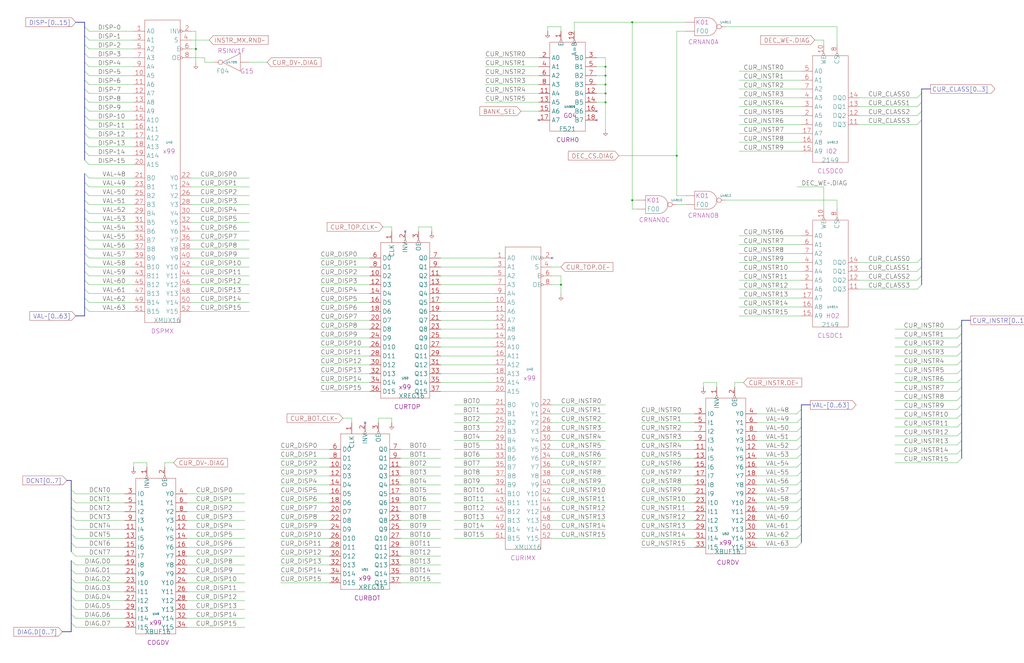
<source format=kicad_sch>
(kicad_sch (version 20230121) (generator eeschema)
  (paper "User" 584.2 378.46)
  (title_block (title "CURRENT MACRO INSTRUCTION") (date "22-MAY-90") (rev "1.0") (comment 1 "SEQUENCER") (comment 2 "232-003064") (comment 3 "S400") (comment 4 "RELEASED"))
  (junction (at 360.68 114.3))
  (junction (at 345.44 53.34))
  (junction (at 360.68 12.7))
  (junction (at 345.44 38.1))
  (junction (at 345.44 58.42))
  (junction (at 345.44 48.26))
  (junction (at 345.44 43.18))
  (junction (at 386.08 88.9))
  (junction (at 111.76 27.94))
  (junction (at 320.04 162.56))
  (no_connect (at 307.34 68.58))
  (no_connect (at 340.36 63.5))
  (no_connect (at 340.36 68.58))
  (no_connect (at 314.96 147.32))
  (no_connect (at 231.14 132.08))
  (no_connect (at 208.28 241.3))
  (bus_entry (at 548.64 185.42) (size -2.54 2.54))
  (bus_entry (at 48.26 119.38) (size 2.54 2.54))
  (bus_entry (at 548.64 246.38) (size -2.54 2.54))
  (bus_entry (at 48.26 134.62) (size 2.54 2.54))
  (bus_entry (at 525.78 58.42) (size -2.54 2.54))
  (bus_entry (at 48.26 50.8) (size 2.54 2.54))
  (bus_entry (at 40.64 294.64) (size 2.54 2.54))
  (bus_entry (at 48.26 15.24) (size 2.54 2.54))
  (bus_entry (at 548.64 195.58) (size -2.54 2.54))
  (bus_entry (at 525.78 147.32) (size -2.54 2.54))
  (bus_entry (at 40.64 314.96) (size 2.54 2.54))
  (bus_entry (at 525.78 68.58) (size -2.54 2.54))
  (bus_entry (at 48.26 99.06) (size 2.54 2.54))
  (bus_entry (at 40.64 284.48) (size 2.54 2.54))
  (bus_entry (at 40.64 279.4) (size 2.54 2.54))
  (bus_entry (at 457.2 254) (size -2.54 2.54))
  (bus_entry (at 525.78 63.5) (size -2.54 2.54))
  (bus_entry (at 40.64 350.52) (size 2.54 2.54))
  (bus_entry (at 457.2 238.76) (size -2.54 2.54))
  (bus_entry (at 40.64 304.8) (size 2.54 2.54))
  (bus_entry (at 548.64 236.22) (size -2.54 2.54))
  (bus_entry (at 525.78 157.48) (size -2.54 2.54))
  (bus_entry (at 548.64 200.66) (size -2.54 2.54))
  (bus_entry (at 457.2 279.4) (size -2.54 2.54))
  (bus_entry (at 457.2 289.56) (size -2.54 2.54))
  (bus_entry (at 525.78 152.4) (size -2.54 2.54))
  (bus_entry (at 40.64 299.72) (size 2.54 2.54))
  (bus_entry (at 40.64 309.88) (size 2.54 2.54))
  (bus_entry (at 48.26 91.44) (size 2.54 2.54))
  (bus_entry (at 457.2 274.32) (size -2.54 2.54))
  (bus_entry (at 48.26 165.1) (size 2.54 2.54))
  (bus_entry (at 48.26 160.02) (size 2.54 2.54))
  (bus_entry (at 48.26 114.3) (size 2.54 2.54))
  (bus_entry (at 48.26 55.88) (size 2.54 2.54))
  (bus_entry (at 48.26 66.04) (size 2.54 2.54))
  (bus_entry (at 548.64 231.14) (size -2.54 2.54))
  (bus_entry (at 548.64 241.3) (size -2.54 2.54))
  (bus_entry (at 48.26 60.96) (size 2.54 2.54))
  (bus_entry (at 48.26 104.14) (size 2.54 2.54))
  (bus_entry (at 548.64 215.9) (size -2.54 2.54))
  (bus_entry (at 48.26 30.48) (size 2.54 2.54))
  (bus_entry (at 48.26 144.78) (size 2.54 2.54))
  (bus_entry (at 457.2 269.24) (size -2.54 2.54))
  (bus_entry (at 48.26 35.56) (size 2.54 2.54))
  (bus_entry (at 525.78 162.56) (size -2.54 2.54))
  (bus_entry (at 525.78 53.34) (size -2.54 2.54))
  (bus_entry (at 48.26 45.72) (size 2.54 2.54))
  (bus_entry (at 40.64 345.44) (size 2.54 2.54))
  (bus_entry (at 48.26 109.22) (size 2.54 2.54))
  (bus_entry (at 457.2 248.92) (size -2.54 2.54))
  (bus_entry (at 548.64 251.46) (size -2.54 2.54))
  (bus_entry (at 40.64 355.6) (size 2.54 2.54))
  (bus_entry (at 40.64 289.56) (size 2.54 2.54))
  (bus_entry (at 48.26 139.7) (size 2.54 2.54))
  (bus_entry (at 48.26 81.28) (size 2.54 2.54))
  (bus_entry (at 48.26 25.4) (size 2.54 2.54))
  (bus_entry (at 548.64 220.98) (size -2.54 2.54))
  (bus_entry (at 457.2 259.08) (size -2.54 2.54))
  (bus_entry (at 457.2 284.48) (size -2.54 2.54))
  (bus_entry (at 457.2 304.8) (size -2.54 2.54))
  (bus_entry (at 48.26 76.2) (size 2.54 2.54))
  (bus_entry (at 48.26 175.26) (size 2.54 2.54))
  (bus_entry (at 48.26 149.86) (size 2.54 2.54))
  (bus_entry (at 457.2 299.72) (size -2.54 2.54))
  (bus_entry (at 48.26 129.54) (size 2.54 2.54))
  (bus_entry (at 48.26 40.64) (size 2.54 2.54))
  (bus_entry (at 48.26 20.32) (size 2.54 2.54))
  (bus_entry (at 48.26 124.46) (size 2.54 2.54))
  (bus_entry (at 48.26 154.94) (size 2.54 2.54))
  (bus_entry (at 548.64 261.62) (size -2.54 2.54))
  (bus_entry (at 457.2 309.88) (size -2.54 2.54))
  (bus_entry (at 48.26 170.18) (size 2.54 2.54))
  (bus_entry (at 40.64 330.2) (size 2.54 2.54))
  (bus_entry (at 40.64 325.12) (size 2.54 2.54))
  (bus_entry (at 48.26 71.12) (size 2.54 2.54))
  (bus_entry (at 457.2 233.68) (size -2.54 2.54))
  (bus_entry (at 457.2 243.84) (size -2.54 2.54))
  (bus_entry (at 548.64 256.54) (size -2.54 2.54))
  (bus_entry (at 548.64 226.06) (size -2.54 2.54))
  (bus_entry (at 548.64 190.5) (size -2.54 2.54))
  (bus_entry (at 548.64 210.82) (size -2.54 2.54))
  (bus_entry (at 40.64 320.04) (size 2.54 2.54))
  (bus_entry (at 548.64 205.74) (size -2.54 2.54))
  (bus_entry (at 457.2 294.64) (size -2.54 2.54))
  (bus_entry (at 40.64 340.36) (size 2.54 2.54))
  (bus_entry (at 457.2 264.16) (size -2.54 2.54))
  (bus_entry (at 48.26 86.36) (size 2.54 2.54))
  (bus_entry (at 40.64 335.28) (size 2.54 2.54))
  (wire (pts (xy 109.22 137.16) (xy 142.24 137.16)))
  (wire (pts (xy 160.02 327.66) (xy 187.96 327.66)))
  (wire (pts (xy 50.8 137.16) (xy 76.2 137.16)))
  (wire (pts (xy 50.8 43.18) (xy 76.2 43.18)))
  (bus (pts (xy 457.2 294.64) (xy 457.2 299.72)))
  (wire (pts (xy 490.22 55.88) (xy 523.24 55.88)))
  (wire (pts (xy 139.7 322.58) (xy 106.68 322.58)))
  (wire (pts (xy 510.54 223.52) (xy 546.1 223.52)))
  (wire (pts (xy 50.8 152.4) (xy 76.2 152.4)))
  (bus (pts (xy 553.72 182.88) (xy 548.64 182.88)))
  (wire (pts (xy 160.02 302.26) (xy 187.96 302.26)))
  (bus (pts (xy 40.64 274.32) (xy 40.64 279.4)))
  (wire (pts (xy 139.7 347.98) (xy 106.68 347.98)))
  (wire (pts (xy 111.76 35.56) (xy 111.76 27.94)))
  (wire (pts (xy 421.64 76.2) (xy 457.2 76.2)))
  (bus (pts (xy 48.26 55.88) (xy 48.26 60.96)))
  (wire (pts (xy 160.02 271.78) (xy 187.96 271.78)))
  (bus (pts (xy 548.64 205.74) (xy 548.64 210.82)))
  (bus (pts (xy 43.18 180.34) (xy 48.26 180.34)))
  (wire (pts (xy 276.86 48.26) (xy 307.34 48.26)))
  (bus (pts (xy 457.2 254) (xy 457.2 259.08)))
  (bus (pts (xy 40.64 309.88) (xy 40.64 314.96)))
  (wire (pts (xy 50.8 22.86) (xy 76.2 22.86)))
  (wire (pts (xy 182.88 198.12) (xy 210.82 198.12)))
  (wire (pts (xy 431.8 271.78) (xy 454.66 271.78)))
  (wire (pts (xy 431.8 297.18) (xy 454.66 297.18)))
  (wire (pts (xy 396.24 292.1) (xy 365.76 292.1)))
  (wire (pts (xy 421.64 165.1) (xy 457.2 165.1)))
  (wire (pts (xy 139.7 317.5) (xy 106.68 317.5)))
  (wire (pts (xy 396.24 266.7) (xy 365.76 266.7)))
  (wire (pts (xy 386.08 111.76) (xy 391.16 111.76)))
  (wire (pts (xy 431.8 256.54) (xy 454.66 256.54)))
  (wire (pts (xy 345.44 58.42) (xy 345.44 53.34)))
  (wire (pts (xy 421.64 144.78) (xy 457.2 144.78)))
  (wire (pts (xy 109.22 127) (xy 142.24 127)))
  (wire (pts (xy 510.54 243.84) (xy 546.1 243.84)))
  (wire (pts (xy 251.46 213.36) (xy 281.94 213.36)))
  (wire (pts (xy 43.18 327.66) (xy 71.12 327.66)))
  (wire (pts (xy 160.02 332.74) (xy 187.96 332.74)))
  (wire (pts (xy 50.8 142.24) (xy 76.2 142.24)))
  (wire (pts (xy 396.24 281.94) (xy 365.76 281.94)))
  (bus (pts (xy 525.78 50.8) (xy 525.78 53.34)))
  (wire (pts (xy 401.32 220.98) (xy 401.32 218.44)))
  (bus (pts (xy 548.64 256.54) (xy 548.64 261.62)))
  (wire (pts (xy 469.9 106.68) (xy 454.66 106.68)))
  (wire (pts (xy 160.02 322.58) (xy 187.96 322.58)))
  (wire (pts (xy 228.6 287.02) (xy 251.46 287.02)))
  (wire (pts (xy 43.18 322.58) (xy 71.12 322.58)))
  (wire (pts (xy 109.22 22.86) (xy 119.38 22.86)))
  (wire (pts (xy 510.54 208.28) (xy 546.1 208.28)))
  (wire (pts (xy 50.8 162.56) (xy 76.2 162.56)))
  (wire (pts (xy 116.84 35.56) (xy 116.84 33.02)))
  (bus (pts (xy 548.64 215.9) (xy 548.64 220.98)))
  (wire (pts (xy 43.18 342.9) (xy 71.12 342.9)))
  (wire (pts (xy 314.96 271.78) (xy 345.44 271.78)))
  (wire (pts (xy 386.08 88.9) (xy 386.08 111.76)))
  (wire (pts (xy 345.44 48.26) (xy 345.44 43.18)))
  (wire (pts (xy 345.44 43.18) (xy 345.44 38.1)))
  (wire (pts (xy 510.54 198.12) (xy 546.1 198.12)))
  (wire (pts (xy 490.22 71.12) (xy 523.24 71.12)))
  (bus (pts (xy 48.26 149.86) (xy 48.26 144.78)))
  (wire (pts (xy 276.86 43.18) (xy 307.34 43.18)))
  (wire (pts (xy 327.66 12.7) (xy 360.68 12.7)))
  (wire (pts (xy 228.6 327.66) (xy 251.46 327.66)))
  (wire (pts (xy 139.7 332.74) (xy 106.68 332.74)))
  (wire (pts (xy 50.8 121.92) (xy 76.2 121.92)))
  (wire (pts (xy 109.22 167.64) (xy 142.24 167.64)))
  (wire (pts (xy 251.46 172.72) (xy 281.94 172.72)))
  (wire (pts (xy 195.58 238.76) (xy 200.66 238.76)))
  (wire (pts (xy 50.8 73.66) (xy 76.2 73.66)))
  (wire (pts (xy 50.8 147.32) (xy 76.2 147.32)))
  (bus (pts (xy 457.2 279.4) (xy 457.2 284.48)))
  (bus (pts (xy 40.64 325.12) (xy 40.64 330.2)))
  (bus (pts (xy 525.78 68.58) (xy 525.78 147.32)))
  (wire (pts (xy 251.46 187.96) (xy 281.94 187.96)))
  (wire (pts (xy 396.24 276.86) (xy 365.76 276.86)))
  (wire (pts (xy 314.96 256.54) (xy 345.44 256.54)))
  (wire (pts (xy 228.6 322.58) (xy 251.46 322.58)))
  (wire (pts (xy 83.82 264.16) (xy 83.82 266.7)))
  (wire (pts (xy 259.08 292.1) (xy 281.94 292.1)))
  (wire (pts (xy 510.54 248.92) (xy 546.1 248.92)))
  (wire (pts (xy 50.8 127) (xy 76.2 127)))
  (wire (pts (xy 421.64 55.88) (xy 457.2 55.88)))
  (wire (pts (xy 251.46 162.56) (xy 281.94 162.56)))
  (wire (pts (xy 238.76 129.54) (xy 238.76 132.08)))
  (wire (pts (xy 464.82 22.86) (xy 469.9 22.86)))
  (wire (pts (xy 431.8 251.46) (xy 454.66 251.46)))
  (bus (pts (xy 38.1 274.32) (xy 40.64 274.32)))
  (wire (pts (xy 43.18 287.02) (xy 71.12 287.02)))
  (wire (pts (xy 314.96 261.62) (xy 345.44 261.62)))
  (wire (pts (xy 43.18 307.34) (xy 71.12 307.34)))
  (bus (pts (xy 48.26 60.96) (xy 48.26 66.04)))
  (wire (pts (xy 396.24 271.78) (xy 365.76 271.78)))
  (wire (pts (xy 200.66 238.76) (xy 200.66 241.3)))
  (wire (pts (xy 340.36 33.02) (xy 345.44 33.02)))
  (wire (pts (xy 314.96 287.02) (xy 345.44 287.02)))
  (wire (pts (xy 431.8 307.34) (xy 454.66 307.34)))
  (wire (pts (xy 259.08 266.7) (xy 281.94 266.7)))
  (wire (pts (xy 469.9 119.38) (xy 469.9 106.68)))
  (bus (pts (xy 525.78 147.32) (xy 525.78 152.4)))
  (wire (pts (xy 259.08 241.3) (xy 281.94 241.3)))
  (bus (pts (xy 48.26 170.18) (xy 48.26 165.1)))
  (wire (pts (xy 340.36 58.42) (xy 345.44 58.42)))
  (wire (pts (xy 320.04 15.24) (xy 320.04 17.78)))
  (bus (pts (xy 48.26 139.7) (xy 48.26 134.62)))
  (wire (pts (xy 259.08 276.86) (xy 281.94 276.86)))
  (wire (pts (xy 251.46 223.52) (xy 281.94 223.52)))
  (wire (pts (xy 431.8 246.38) (xy 454.66 246.38)))
  (bus (pts (xy 43.18 12.7) (xy 48.26 12.7)))
  (bus (pts (xy 40.64 299.72) (xy 40.64 304.8)))
  (bus (pts (xy 48.26 35.56) (xy 48.26 40.64)))
  (bus (pts (xy 457.2 231.14) (xy 462.28 231.14)))
  (bus (pts (xy 40.64 289.56) (xy 40.64 294.64)))
  (wire (pts (xy 182.88 157.48) (xy 210.82 157.48)))
  (wire (pts (xy 50.8 106.68) (xy 76.2 106.68)))
  (bus (pts (xy 40.64 345.44) (xy 40.64 350.52)))
  (wire (pts (xy 345.44 38.1) (xy 345.44 33.02)))
  (wire (pts (xy 228.6 297.18) (xy 251.46 297.18)))
  (wire (pts (xy 160.02 287.02) (xy 187.96 287.02)))
  (wire (pts (xy 50.8 17.78) (xy 76.2 17.78)))
  (wire (pts (xy 314.96 292.1) (xy 345.44 292.1)))
  (bus (pts (xy 48.26 109.22) (xy 48.26 114.3)))
  (wire (pts (xy 314.96 162.56) (xy 320.04 162.56)))
  (wire (pts (xy 223.52 129.54) (xy 223.52 132.08)))
  (wire (pts (xy 490.22 60.96) (xy 523.24 60.96)))
  (wire (pts (xy 421.64 66.04) (xy 457.2 66.04)))
  (wire (pts (xy 215.9 238.76) (xy 223.52 238.76)))
  (wire (pts (xy 160.02 292.1) (xy 187.96 292.1)))
  (wire (pts (xy 259.08 261.62) (xy 281.94 261.62)))
  (wire (pts (xy 109.22 152.4) (xy 142.24 152.4)))
  (wire (pts (xy 109.22 116.84) (xy 142.24 116.84)))
  (wire (pts (xy 139.7 297.18) (xy 106.68 297.18)))
  (bus (pts (xy 40.64 330.2) (xy 40.64 335.28)))
  (wire (pts (xy 490.22 154.94) (xy 523.24 154.94)))
  (wire (pts (xy 314.96 241.3) (xy 345.44 241.3)))
  (wire (pts (xy 510.54 193.04) (xy 546.1 193.04)))
  (wire (pts (xy 421.64 154.94) (xy 457.2 154.94)))
  (wire (pts (xy 139.7 302.26) (xy 106.68 302.26)))
  (wire (pts (xy 160.02 307.34) (xy 187.96 307.34)))
  (wire (pts (xy 43.18 317.5) (xy 71.12 317.5)))
  (bus (pts (xy 525.78 157.48) (xy 525.78 162.56)))
  (bus (pts (xy 48.26 45.72) (xy 48.26 50.8)))
  (wire (pts (xy 160.02 256.54) (xy 187.96 256.54)))
  (bus (pts (xy 48.26 50.8) (xy 48.26 55.88)))
  (wire (pts (xy 251.46 167.64) (xy 281.94 167.64)))
  (wire (pts (xy 510.54 264.16) (xy 546.1 264.16)))
  (wire (pts (xy 314.96 307.34) (xy 345.44 307.34)))
  (wire (pts (xy 228.6 281.94) (xy 251.46 281.94)))
  (wire (pts (xy 238.76 129.54) (xy 246.38 129.54)))
  (bus (pts (xy 40.64 284.48) (xy 40.64 289.56)))
  (wire (pts (xy 215.9 238.76) (xy 215.9 241.3)))
  (bus (pts (xy 457.2 284.48) (xy 457.2 289.56)))
  (wire (pts (xy 182.88 152.4) (xy 210.82 152.4)))
  (wire (pts (xy 421.64 134.62) (xy 457.2 134.62)))
  (wire (pts (xy 431.8 266.7) (xy 454.66 266.7)))
  (wire (pts (xy 490.22 160.02) (xy 523.24 160.02)))
  (wire (pts (xy 50.8 101.6) (xy 76.2 101.6)))
  (wire (pts (xy 421.64 180.34) (xy 457.2 180.34)))
  (wire (pts (xy 421.64 71.12) (xy 457.2 71.12)))
  (bus (pts (xy 548.64 231.14) (xy 548.64 236.22)))
  (wire (pts (xy 421.64 139.7) (xy 457.2 139.7)))
  (wire (pts (xy 431.8 287.02) (xy 454.66 287.02)))
  (wire (pts (xy 160.02 266.7) (xy 187.96 266.7)))
  (wire (pts (xy 50.8 116.84) (xy 76.2 116.84)))
  (wire (pts (xy 139.7 292.1) (xy 106.68 292.1)))
  (wire (pts (xy 111.76 27.94) (xy 109.22 27.94)))
  (bus (pts (xy 48.26 20.32) (xy 48.26 25.4)))
  (wire (pts (xy 228.6 266.7) (xy 251.46 266.7)))
  (bus (pts (xy 40.64 340.36) (xy 40.64 345.44)))
  (wire (pts (xy 50.8 63.5) (xy 76.2 63.5)))
  (wire (pts (xy 386.08 17.78) (xy 386.08 88.9)))
  (wire (pts (xy 228.6 302.26) (xy 251.46 302.26)))
  (wire (pts (xy 431.8 312.42) (xy 454.66 312.42)))
  (wire (pts (xy 109.22 101.6) (xy 142.24 101.6)))
  (wire (pts (xy 510.54 218.44) (xy 546.1 218.44)))
  (wire (pts (xy 396.24 307.34) (xy 365.76 307.34)))
  (wire (pts (xy 396.24 261.62) (xy 365.76 261.62)))
  (wire (pts (xy 139.7 312.42) (xy 106.68 312.42)))
  (wire (pts (xy 43.18 297.18) (xy 71.12 297.18)))
  (bus (pts (xy 457.2 264.16) (xy 457.2 269.24)))
  (wire (pts (xy 109.22 157.48) (xy 142.24 157.48)))
  (wire (pts (xy 139.7 358.14) (xy 106.68 358.14)))
  (wire (pts (xy 228.6 276.86) (xy 251.46 276.86)))
  (wire (pts (xy 111.76 17.78) (xy 111.76 27.94)))
  (wire (pts (xy 109.22 177.8) (xy 142.24 177.8)))
  (wire (pts (xy 259.08 236.22) (xy 281.94 236.22)))
  (wire (pts (xy 345.44 73.66) (xy 345.44 58.42)))
  (wire (pts (xy 228.6 312.42) (xy 251.46 312.42)))
  (wire (pts (xy 477.52 114.3) (xy 477.52 119.38)))
  (bus (pts (xy 548.64 182.88) (xy 548.64 185.42)))
  (wire (pts (xy 421.64 40.64) (xy 457.2 40.64)))
  (wire (pts (xy 345.44 53.34) (xy 345.44 48.26)))
  (wire (pts (xy 431.8 236.22) (xy 454.66 236.22)))
  (wire (pts (xy 431.8 302.26) (xy 454.66 302.26)))
  (wire (pts (xy 109.22 132.08) (xy 142.24 132.08)))
  (bus (pts (xy 40.64 335.28) (xy 40.64 340.36)))
  (wire (pts (xy 276.86 53.34) (xy 307.34 53.34)))
  (wire (pts (xy 259.08 302.26) (xy 281.94 302.26)))
  (wire (pts (xy 50.8 58.42) (xy 76.2 58.42)))
  (wire (pts (xy 421.64 50.8) (xy 457.2 50.8)))
  (wire (pts (xy 431.8 281.94) (xy 454.66 281.94)))
  (bus (pts (xy 48.26 86.36) (xy 48.26 91.44)))
  (wire (pts (xy 510.54 233.68) (xy 546.1 233.68)))
  (bus (pts (xy 40.64 304.8) (xy 40.64 309.88)))
  (wire (pts (xy 50.8 27.94) (xy 76.2 27.94)))
  (wire (pts (xy 160.02 312.42) (xy 187.96 312.42)))
  (wire (pts (xy 510.54 254) (xy 546.1 254)))
  (wire (pts (xy 360.68 12.7) (xy 391.16 12.7)))
  (wire (pts (xy 386.08 116.84) (xy 391.16 116.84)))
  (wire (pts (xy 43.18 281.94) (xy 71.12 281.94)))
  (bus (pts (xy 40.64 355.6) (xy 40.64 360.68)))
  (wire (pts (xy 109.22 162.56) (xy 142.24 162.56)))
  (wire (pts (xy 259.08 287.02) (xy 281.94 287.02)))
  (bus (pts (xy 48.26 160.02) (xy 48.26 154.94)))
  (wire (pts (xy 386.08 17.78) (xy 391.16 17.78)))
  (bus (pts (xy 48.26 119.38) (xy 48.26 114.3)))
  (wire (pts (xy 314.96 246.38) (xy 345.44 246.38)))
  (wire (pts (xy 50.8 53.34) (xy 76.2 53.34)))
  (wire (pts (xy 50.8 48.26) (xy 76.2 48.26)))
  (bus (pts (xy 48.26 124.46) (xy 48.26 119.38)))
  (wire (pts (xy 259.08 251.46) (xy 281.94 251.46)))
  (wire (pts (xy 43.18 312.42) (xy 71.12 312.42)))
  (wire (pts (xy 510.54 213.36) (xy 546.1 213.36)))
  (wire (pts (xy 396.24 246.38) (xy 365.76 246.38)))
  (bus (pts (xy 48.26 134.62) (xy 48.26 129.54)))
  (wire (pts (xy 182.88 172.72) (xy 210.82 172.72)))
  (wire (pts (xy 314.96 266.7) (xy 345.44 266.7)))
  (wire (pts (xy 160.02 297.18) (xy 187.96 297.18)))
  (wire (pts (xy 251.46 198.12) (xy 281.94 198.12)))
  (wire (pts (xy 251.46 182.88) (xy 281.94 182.88)))
  (wire (pts (xy 139.7 281.94) (xy 106.68 281.94)))
  (wire (pts (xy 121.92 35.56) (xy 116.84 35.56)))
  (wire (pts (xy 360.68 12.7) (xy 360.68 114.3)))
  (wire (pts (xy 312.42 15.24) (xy 312.42 17.78)))
  (wire (pts (xy 50.8 157.48) (xy 76.2 157.48)))
  (bus (pts (xy 457.2 269.24) (xy 457.2 274.32)))
  (wire (pts (xy 50.8 177.8) (xy 76.2 177.8)))
  (wire (pts (xy 510.54 259.08) (xy 546.1 259.08)))
  (wire (pts (xy 421.64 175.26) (xy 457.2 175.26)))
  (wire (pts (xy 43.18 332.74) (xy 71.12 332.74)))
  (bus (pts (xy 548.64 185.42) (xy 548.64 190.5)))
  (bus (pts (xy 457.2 231.14) (xy 457.2 233.68)))
  (wire (pts (xy 251.46 157.48) (xy 281.94 157.48)))
  (wire (pts (xy 259.08 307.34) (xy 281.94 307.34)))
  (bus (pts (xy 525.78 58.42) (xy 525.78 63.5)))
  (wire (pts (xy 396.24 251.46) (xy 365.76 251.46)))
  (wire (pts (xy 424.18 218.44) (xy 419.1 218.44)))
  (wire (pts (xy 320.04 167.64) (xy 320.04 162.56)))
  (wire (pts (xy 259.08 246.38) (xy 281.94 246.38)))
  (wire (pts (xy 99.06 264.16) (xy 93.98 264.16)))
  (wire (pts (xy 182.88 218.44) (xy 210.82 218.44)))
  (wire (pts (xy 414.02 114.3) (xy 477.52 114.3)))
  (wire (pts (xy 396.24 297.18) (xy 365.76 297.18)))
  (bus (pts (xy 40.64 350.52) (xy 40.64 355.6)))
  (wire (pts (xy 396.24 256.54) (xy 365.76 256.54)))
  (wire (pts (xy 340.36 38.1) (xy 345.44 38.1)))
  (wire (pts (xy 50.8 167.64) (xy 76.2 167.64)))
  (bus (pts (xy 525.78 63.5) (xy 525.78 68.58)))
  (bus (pts (xy 40.64 320.04) (xy 40.64 325.12)))
  (wire (pts (xy 228.6 256.54) (xy 251.46 256.54)))
  (wire (pts (xy 182.88 208.28) (xy 210.82 208.28)))
  (bus (pts (xy 548.64 220.98) (xy 548.64 226.06)))
  (wire (pts (xy 182.88 213.36) (xy 210.82 213.36)))
  (wire (pts (xy 50.8 172.72) (xy 76.2 172.72)))
  (wire (pts (xy 160.02 317.5) (xy 187.96 317.5)))
  (wire (pts (xy 182.88 162.56) (xy 210.82 162.56)))
  (wire (pts (xy 314.96 297.18) (xy 345.44 297.18)))
  (wire (pts (xy 431.8 261.62) (xy 454.66 261.62)))
  (wire (pts (xy 259.08 256.54) (xy 281.94 256.54)))
  (bus (pts (xy 48.26 12.7) (xy 48.26 15.24)))
  (wire (pts (xy 76.2 266.7) (xy 76.2 264.16)))
  (wire (pts (xy 421.64 60.96) (xy 457.2 60.96)))
  (wire (pts (xy 228.6 261.62) (xy 251.46 261.62)))
  (wire (pts (xy 50.8 68.58) (xy 76.2 68.58)))
  (wire (pts (xy 182.88 193.04) (xy 210.82 193.04)))
  (bus (pts (xy 548.64 190.5) (xy 548.64 195.58)))
  (wire (pts (xy 251.46 218.44) (xy 281.94 218.44)))
  (bus (pts (xy 548.64 226.06) (xy 548.64 231.14)))
  (wire (pts (xy 276.86 33.02) (xy 307.34 33.02)))
  (bus (pts (xy 48.26 40.64) (xy 48.26 45.72)))
  (wire (pts (xy 353.06 88.9) (xy 386.08 88.9)))
  (wire (pts (xy 50.8 33.02) (xy 76.2 33.02)))
  (bus (pts (xy 457.2 274.32) (xy 457.2 279.4)))
  (wire (pts (xy 109.22 147.32) (xy 142.24 147.32)))
  (bus (pts (xy 48.26 104.14) (xy 48.26 109.22)))
  (wire (pts (xy 396.24 241.3) (xy 365.76 241.3)))
  (wire (pts (xy 276.86 58.42) (xy 307.34 58.42)))
  (wire (pts (xy 408.94 218.44) (xy 408.94 220.98)))
  (wire (pts (xy 360.68 119.38) (xy 363.22 119.38)))
  (wire (pts (xy 421.64 170.18) (xy 457.2 170.18)))
  (wire (pts (xy 259.08 231.14) (xy 281.94 231.14)))
  (wire (pts (xy 510.54 187.96) (xy 546.1 187.96)))
  (wire (pts (xy 50.8 132.08) (xy 76.2 132.08)))
  (bus (pts (xy 40.64 294.64) (xy 40.64 299.72)))
  (wire (pts (xy 251.46 203.2) (xy 281.94 203.2)))
  (wire (pts (xy 139.7 342.9) (xy 106.68 342.9)))
  (wire (pts (xy 43.18 347.98) (xy 71.12 347.98)))
  (wire (pts (xy 139.7 353.06) (xy 106.68 353.06)))
  (bus (pts (xy 548.64 246.38) (xy 548.64 251.46)))
  (wire (pts (xy 43.18 353.06) (xy 71.12 353.06)))
  (bus (pts (xy 525.78 50.8) (xy 530.86 50.8)))
  (wire (pts (xy 276.86 38.1) (xy 307.34 38.1)))
  (wire (pts (xy 182.88 182.88) (xy 210.82 182.88)))
  (wire (pts (xy 490.22 66.04) (xy 523.24 66.04)))
  (wire (pts (xy 160.02 276.86) (xy 187.96 276.86)))
  (bus (pts (xy 48.26 175.26) (xy 48.26 170.18)))
  (wire (pts (xy 314.96 281.94) (xy 345.44 281.94)))
  (bus (pts (xy 457.2 238.76) (xy 457.2 243.84)))
  (wire (pts (xy 251.46 193.04) (xy 281.94 193.04)))
  (wire (pts (xy 109.22 111.76) (xy 142.24 111.76)))
  (wire (pts (xy 314.96 302.26) (xy 345.44 302.26)))
  (wire (pts (xy 327.66 17.78) (xy 327.66 12.7)))
  (wire (pts (xy 421.64 149.86) (xy 457.2 149.86)))
  (bus (pts (xy 48.26 154.94) (xy 48.26 149.86)))
  (wire (pts (xy 320.04 162.56) (xy 320.04 157.48)))
  (bus (pts (xy 457.2 243.84) (xy 457.2 248.92)))
  (wire (pts (xy 431.8 276.86) (xy 454.66 276.86)))
  (wire (pts (xy 490.22 165.1) (xy 523.24 165.1)))
  (wire (pts (xy 510.54 228.6) (xy 546.1 228.6)))
  (bus (pts (xy 40.64 279.4) (xy 40.64 284.48)))
  (wire (pts (xy 320.04 157.48) (xy 314.96 157.48)))
  (wire (pts (xy 182.88 203.2) (xy 210.82 203.2)))
  (wire (pts (xy 431.8 241.3) (xy 454.66 241.3)))
  (wire (pts (xy 116.84 33.02) (xy 109.22 33.02)))
  (wire (pts (xy 50.8 78.74) (xy 76.2 78.74)))
  (wire (pts (xy 139.7 307.34) (xy 106.68 307.34)))
  (wire (pts (xy 259.08 297.18) (xy 281.94 297.18)))
  (wire (pts (xy 314.96 251.46) (xy 345.44 251.46)))
  (wire (pts (xy 182.88 147.32) (xy 210.82 147.32)))
  (bus (pts (xy 457.2 248.92) (xy 457.2 254)))
  (wire (pts (xy 297.18 63.5) (xy 307.34 63.5)))
  (bus (pts (xy 48.26 144.78) (xy 48.26 139.7)))
  (bus (pts (xy 48.26 71.12) (xy 48.26 76.2)))
  (bus (pts (xy 548.64 236.22) (xy 548.64 241.3)))
  (bus (pts (xy 548.64 195.58) (xy 548.64 200.66)))
  (wire (pts (xy 419.1 218.44) (xy 419.1 220.98)))
  (wire (pts (xy 414.02 15.24) (xy 477.52 15.24)))
  (wire (pts (xy 421.64 81.28) (xy 457.2 81.28)))
  (bus (pts (xy 457.2 304.8) (xy 457.2 309.88)))
  (wire (pts (xy 510.54 238.76) (xy 546.1 238.76)))
  (bus (pts (xy 48.26 81.28) (xy 48.26 86.36)))
  (bus (pts (xy 48.26 30.48) (xy 48.26 35.56)))
  (wire (pts (xy 160.02 261.62) (xy 187.96 261.62)))
  (bus (pts (xy 48.26 165.1) (xy 48.26 160.02)))
  (wire (pts (xy 182.88 167.64) (xy 210.82 167.64)))
  (bus (pts (xy 525.78 53.34) (xy 525.78 58.42)))
  (wire (pts (xy 182.88 187.96) (xy 210.82 187.96)))
  (wire (pts (xy 314.96 276.86) (xy 345.44 276.86)))
  (wire (pts (xy 314.96 231.14) (xy 345.44 231.14)))
  (wire (pts (xy 421.64 160.02) (xy 457.2 160.02)))
  (bus (pts (xy 48.26 15.24) (xy 48.26 20.32)))
  (wire (pts (xy 401.32 218.44) (xy 408.94 218.44)))
  (bus (pts (xy 457.2 259.08) (xy 457.2 264.16)))
  (wire (pts (xy 340.36 53.34) (xy 345.44 53.34)))
  (bus (pts (xy 48.26 180.34) (xy 48.26 175.26)))
  (wire (pts (xy 109.22 142.24) (xy 142.24 142.24)))
  (wire (pts (xy 152.4 35.56) (xy 142.24 35.56)))
  (wire (pts (xy 76.2 264.16) (xy 83.82 264.16)))
  (wire (pts (xy 218.44 129.54) (xy 223.52 129.54)))
  (bus (pts (xy 48.26 66.04) (xy 48.26 71.12)))
  (bus (pts (xy 48.26 99.06) (xy 48.26 104.14)))
  (wire (pts (xy 251.46 152.4) (xy 281.94 152.4)))
  (wire (pts (xy 43.18 302.26) (xy 71.12 302.26)))
  (wire (pts (xy 182.88 177.8) (xy 210.82 177.8)))
  (wire (pts (xy 228.6 271.78) (xy 251.46 271.78)))
  (wire (pts (xy 50.8 83.82) (xy 76.2 83.82)))
  (wire (pts (xy 396.24 287.02) (xy 365.76 287.02)))
  (wire (pts (xy 160.02 281.94) (xy 187.96 281.94)))
  (bus (pts (xy 48.26 25.4) (xy 48.26 30.48)))
  (wire (pts (xy 139.7 337.82) (xy 106.68 337.82)))
  (wire (pts (xy 182.88 223.52) (xy 210.82 223.52)))
  (bus (pts (xy 457.2 233.68) (xy 457.2 238.76)))
  (wire (pts (xy 259.08 271.78) (xy 281.94 271.78)))
  (wire (pts (xy 50.8 111.76) (xy 76.2 111.76)))
  (bus (pts (xy 548.64 241.3) (xy 548.64 246.38)))
  (wire (pts (xy 251.46 208.28) (xy 281.94 208.28)))
  (wire (pts (xy 360.68 114.3) (xy 360.68 119.38)))
  (wire (pts (xy 421.64 45.72) (xy 457.2 45.72)))
  (wire (pts (xy 109.22 106.68) (xy 142.24 106.68)))
  (bus (pts (xy 457.2 289.56) (xy 457.2 294.64)))
  (wire (pts (xy 259.08 281.94) (xy 281.94 281.94)))
  (wire (pts (xy 251.46 177.8) (xy 281.94 177.8)))
  (bus (pts (xy 525.78 152.4) (xy 525.78 157.48)))
  (bus (pts (xy 48.26 129.54) (xy 48.26 124.46)))
  (wire (pts (xy 396.24 236.22) (xy 365.76 236.22)))
  (wire (pts (xy 477.52 15.24) (xy 477.52 25.4)))
  (wire (pts (xy 314.96 152.4) (xy 320.04 152.4)))
  (wire (pts (xy 109.22 17.78) (xy 111.76 17.78)))
  (wire (pts (xy 93.98 264.16) (xy 93.98 266.7)))
  (wire (pts (xy 490.22 149.86) (xy 523.24 149.86)))
  (wire (pts (xy 510.54 203.2) (xy 546.1 203.2)))
  (bus (pts (xy 35.56 360.68) (xy 40.64 360.68)))
  (wire (pts (xy 396.24 302.26) (xy 365.76 302.26)))
  (wire (pts (xy 320.04 15.24) (xy 312.42 15.24)))
  (bus (pts (xy 548.64 200.66) (xy 548.64 205.74)))
  (wire (pts (xy 396.24 312.42) (xy 365.76 312.42)))
  (bus (pts (xy 548.64 210.82) (xy 548.64 215.9)))
  (wire (pts (xy 43.18 337.82) (xy 71.12 337.82)))
  (wire (pts (xy 139.7 327.66) (xy 106.68 327.66)))
  (wire (pts (xy 421.64 86.36) (xy 457.2 86.36)))
  (wire (pts (xy 50.8 38.1) (xy 76.2 38.1)))
  (wire (pts (xy 43.18 292.1) (xy 71.12 292.1)))
  (wire (pts (xy 251.46 147.32) (xy 281.94 147.32)))
  (bus (pts (xy 457.2 299.72) (xy 457.2 304.8)))
  (wire (pts (xy 50.8 88.9) (xy 76.2 88.9)))
  (wire (pts (xy 314.96 236.22) (xy 345.44 236.22)))
  (wire (pts (xy 431.8 292.1) (xy 454.66 292.1)))
  (wire (pts (xy 228.6 317.5) (xy 251.46 317.5)))
  (wire (pts (xy 228.6 307.34) (xy 251.46 307.34)))
  (wire (pts (xy 228.6 292.1) (xy 251.46 292.1)))
  (wire (pts (xy 246.38 132.08) (xy 246.38 129.54)))
  (wire (pts (xy 340.36 43.18) (xy 345.44 43.18)))
  (bus (pts (xy 548.64 251.46) (xy 548.64 256.54)))
  (wire (pts (xy 360.68 114.3) (xy 363.22 114.3)))
  (wire (pts (xy 109.22 121.92) (xy 142.24 121.92)))
  (wire (pts (xy 139.7 287.02) (xy 106.68 287.02)))
  (wire (pts (xy 340.36 48.26) (xy 345.44 48.26)))
  (wire (pts (xy 109.22 172.72) (xy 142.24 172.72)))
  (wire (pts (xy 50.8 93.98) (xy 76.2 93.98)))
  (wire (pts (xy 469.9 22.86) (xy 469.9 25.4)))
  (bus (pts (xy 48.26 76.2) (xy 48.26 81.28)))
  (wire (pts (xy 228.6 332.74) (xy 251.46 332.74)))
  (wire (pts (xy 223.52 241.3) (xy 223.52 238.76)))
  (wire (pts (xy 43.18 358.14) (xy 71.12 358.14)))
  (label "CUR_INSTR3" (at 515.62 203.2 0) (effects (font (size 2.54 2.54))))
  (label "CUR_INSTR4" (at 365.76 256.54 0) (effects (font (size 2.54 2.54))))
  (label "CUR_DISP1" (at 114.3 106.68 0) (effects (font (size 2.54 2.54))))
  (label "CUR_DISP5" (at 160.02 281.94 0) (effects (font (size 2.54 2.54))))
  (label "DIAG.D2" (at 48.26 332.74 0) (effects (font (size 2.54 2.54))))
  (label "CUR_DISP9" (at 160.02 302.26 0) (effects (font (size 2.54 2.54))))
  (label "CUR_INSTR2" (at 424.18 50.8 0) (effects (font (size 2.54 2.54))))
  (label "CUR_DISP13" (at 160.02 322.58 0) (effects (font (size 2.54 2.54))))
  (label "CUR_DISP1" (at 182.88 152.4 0) (effects (font (size 2.54 2.54))))
  (label "CUR_DISP10" (at 182.88 198.12 0) (effects (font (size 2.54 2.54))))
  (label "BOT15" (at 233.68 332.74 0) (effects (font (size 2.54 2.54))))
  (label "VAL~60" (at 58.42 162.56 0) (effects (font (size 2.54 2.54))))
  (label "VAL~58" (at 436.88 287.02 0) (effects (font (size 2.54 2.54))))
  (label "DIAG.D7" (at 48.26 358.14 0) (effects (font (size 2.54 2.54))))
  (label "BOT9" (at 264.16 276.86 0) (effects (font (size 2.54 2.54))))
  (label "CUR_CLASS0" (at 495.3 55.88 0) (effects (font (size 2.54 2.54))))
  (label "DIAG.D3" (at 48.26 337.82 0) (effects (font (size 2.54 2.54))))
  (label "CUR_DISP8" (at 182.88 187.96 0) (effects (font (size 2.54 2.54))))
  (label "CUR_DISP3" (at 182.88 162.56 0) (effects (font (size 2.54 2.54))))
  (label "VAL~60" (at 436.88 297.18 0) (effects (font (size 2.54 2.54))))
  (label "DISP~7" (at 55.88 53.34 0) (effects (font (size 2.54 2.54))))
  (label "BOT6" (at 233.68 287.02 0) (effects (font (size 2.54 2.54))))
  (label "CUR_INSTR5" (at 276.86 58.42 0) (effects (font (size 2.54 2.54))))
  (label "DCNT4" (at 50.8 302.26 0) (effects (font (size 2.54 2.54))))
  (label "VAL~54" (at 58.42 132.08 0) (effects (font (size 2.54 2.54))))
  (label "CUR_INSTR14" (at 515.62 259.08 0) (effects (font (size 2.54 2.54))))
  (label "BOT6" (at 264.16 261.62 0) (effects (font (size 2.54 2.54))))
  (label "CUR_INSTR8" (at 515.62 228.6 0) (effects (font (size 2.54 2.54))))
  (label "CUR_INSTR3" (at 276.86 48.26 0) (effects (font (size 2.54 2.54))))
  (label "CUR_INSTR11" (at 365.76 292.1 0) (effects (font (size 2.54 2.54))))
  (label "CUR_INSTR6" (at 424.18 134.62 0) (effects (font (size 2.54 2.54))))
  (label "CUR_INSTR6" (at 424.18 71.12 0) (effects (font (size 2.54 2.54))))
  (label "CUR_INSTR11" (at 515.62 243.84 0) (effects (font (size 2.54 2.54))))
  (label "BOT9" (at 233.68 302.26 0) (effects (font (size 2.54 2.54))))
  (label "DCNT1" (at 50.8 287.02 0) (effects (font (size 2.54 2.54))))
  (label "CUR_INSTR10" (at 424.18 154.94 0) (effects (font (size 2.54 2.54))))
  (label "BOT5" (at 264.16 256.54 0) (effects (font (size 2.54 2.54))))
  (label "CUR_INSTR3" (at 365.76 251.46 0) (effects (font (size 2.54 2.54))))
  (label "CUR_INSTR14" (at 424.18 175.26 0) (effects (font (size 2.54 2.54))))
  (label "CUR_INSTR9" (at 515.62 233.68 0) (effects (font (size 2.54 2.54))))
  (label "CUR_INSTR10" (at 320.04 281.94 0) (effects (font (size 2.54 2.54))))
  (label "CUR_INSTR5" (at 424.18 66.04 0) (effects (font (size 2.54 2.54))))
  (label "CUR_DISP3" (at 114.3 116.84 0) (effects (font (size 2.54 2.54))))
  (label "BOT14" (at 233.68 327.66 0) (effects (font (size 2.54 2.54))))
  (label "BOT1" (at 264.16 236.22 0) (effects (font (size 2.54 2.54))))
  (label "VAL~61" (at 58.42 167.64 0) (effects (font (size 2.54 2.54))))
  (label "CUR_INSTR7" (at 424.18 139.7 0) (effects (font (size 2.54 2.54))))
  (label "BOT8" (at 264.16 271.78 0) (effects (font (size 2.54 2.54))))
  (label "CUR_DISP13" (at 182.88 213.36 0) (effects (font (size 2.54 2.54))))
  (label "CUR_DISP8" (at 111.76 322.58 0) (effects (font (size 2.54 2.54))))
  (label "CUR_INSTR1" (at 365.76 241.3 0) (effects (font (size 2.54 2.54))))
  (label "CUR_INSTR4" (at 320.04 251.46 0) (effects (font (size 2.54 2.54))))
  (label "CUR_INSTR1" (at 276.86 38.1 0) (effects (font (size 2.54 2.54))))
  (label "CUR_INSTR0" (at 365.76 236.22 0) (effects (font (size 2.54 2.54))))
  (label "BOT4" (at 233.68 276.86 0) (effects (font (size 2.54 2.54))))
  (label "CUR_CLASS1" (at 495.3 154.94 0) (effects (font (size 2.54 2.54))))
  (label "CUR_DISP6" (at 182.88 177.8 0) (effects (font (size 2.54 2.54))))
  (label "BOT10" (at 264.16 281.94 0) (effects (font (size 2.54 2.54))))
  (label "CUR_INSTR8" (at 424.18 144.78 0) (effects (font (size 2.54 2.54))))
  (label "DISP~3" (at 55.88 33.02 0) (effects (font (size 2.54 2.54))))
  (label "CUR_DISP15" (at 111.76 358.14 0) (effects (font (size 2.54 2.54))))
  (label "CUR_DISP5" (at 182.88 172.72 0) (effects (font (size 2.54 2.54))))
  (label "CUR_INSTR15" (at 320.04 307.34 0) (effects (font (size 2.54 2.54))))
  (label "CUR_INSTR7" (at 365.76 271.78 0) (effects (font (size 2.54 2.54))))
  (label "CUR_INSTR10" (at 365.76 287.02 0) (effects (font (size 2.54 2.54))))
  (label "CUR_INSTR12" (at 365.76 297.18 0) (effects (font (size 2.54 2.54))))
  (label "BOT0" (at 233.68 256.54 0) (effects (font (size 2.54 2.54))))
  (label "BOT4" (at 264.16 251.46 0) (effects (font (size 2.54 2.54))))
  (label "CUR_DISP5" (at 111.76 307.34 0) (effects (font (size 2.54 2.54))))
  (label "VAL~53" (at 436.88 261.62 0) (effects (font (size 2.54 2.54))))
  (label "CUR_DISP3" (at 160.02 271.78 0) (effects (font (size 2.54 2.54))))
  (label "VAL~48" (at 58.42 101.6 0) (effects (font (size 2.54 2.54))))
  (label "VAL~51" (at 436.88 251.46 0) (effects (font (size 2.54 2.54))))
  (label "CUR_CLASS0" (at 495.3 149.86 0) (effects (font (size 2.54 2.54))))
  (label "CUR_DISP4" (at 111.76 302.26 0) (effects (font (size 2.54 2.54))))
  (label "CUR_INSTR6" (at 320.04 261.62 0) (effects (font (size 2.54 2.54))))
  (label "CUR_DISP12" (at 114.3 162.56 0) (effects (font (size 2.54 2.54))))
  (label "CUR_CLASS3" (at 495.3 165.1 0) (effects (font (size 2.54 2.54))))
  (label "DISP~14" (at 55.88 88.9 0) (effects (font (size 2.54 2.54))))
  (label "VAL~63" (at 436.88 312.42 0) (effects (font (size 2.54 2.54))))
  (label "CUR_DISP14" (at 114.3 172.72 0) (effects (font (size 2.54 2.54))))
  (label "DIAG.D1" (at 48.26 327.66 0) (effects (font (size 2.54 2.54))))
  (label "VAL~55" (at 58.42 137.16 0) (effects (font (size 2.54 2.54))))
  (label "CUR_INSTR3" (at 424.18 55.88 0) (effects (font (size 2.54 2.54))))
  (label "BOT7" (at 233.68 292.1 0) (effects (font (size 2.54 2.54))))
  (label "CUR_INSTR5" (at 320.04 256.54 0) (effects (font (size 2.54 2.54))))
  (label "CUR_INSTR6" (at 515.62 218.44 0) (effects (font (size 2.54 2.54))))
  (label "CUR_CLASS3" (at 495.3 71.12 0) (effects (font (size 2.54 2.54))))
  (label "CUR_INSTR7" (at 515.62 223.52 0) (effects (font (size 2.54 2.54))))
  (label "CUR_INSTR9" (at 320.04 276.86 0) (effects (font (size 2.54 2.54))))
  (label "CUR_DISP7" (at 114.3 137.16 0) (effects (font (size 2.54 2.54))))
  (label "CUR_INSTR15" (at 365.76 312.42 0) (effects (font (size 2.54 2.54))))
  (label "CUR_DISP9" (at 111.76 327.66 0) (effects (font (size 2.54 2.54))))
  (label "BOT5" (at 233.68 281.94 0) (effects (font (size 2.54 2.54))))
  (label "DISP~5" (at 55.88 43.18 0) (effects (font (size 2.54 2.54))))
  (label "CUR_INSTR13" (at 515.62 254 0) (effects (font (size 2.54 2.54))))
  (label "CUR_DISP10" (at 114.3 152.4 0) (effects (font (size 2.54 2.54))))
  (label "VAL~57" (at 58.42 147.32 0) (effects (font (size 2.54 2.54))))
  (label "CUR_DISP12" (at 182.88 208.28 0) (effects (font (size 2.54 2.54))))
  (label "VAL~59" (at 436.88 292.1 0) (effects (font (size 2.54 2.54))))
  (label "CUR_DISP0" (at 182.88 147.32 0) (effects (font (size 2.54 2.54))))
  (label "VAL~56" (at 436.88 276.86 0) (effects (font (size 2.54 2.54))))
  (label "CUR_DISP0" (at 114.3 101.6 0) (effects (font (size 2.54 2.54))))
  (label "VAL~61" (at 436.88 302.26 0) (effects (font (size 2.54 2.54))))
  (label "BOT11" (at 264.16 287.02 0) (effects (font (size 2.54 2.54))))
  (label "CUR_INSTR1" (at 515.62 193.04 0) (effects (font (size 2.54 2.54))))
  (label "CUR_DISP2" (at 182.88 157.48 0) (effects (font (size 2.54 2.54))))
  (label "CUR_DISP11" (at 111.76 337.82 0) (effects (font (size 2.54 2.54))))
  (label "CUR_INSTR0" (at 424.18 40.64 0) (effects (font (size 2.54 2.54))))
  (label "CUR_INSTR8" (at 424.18 81.28 0) (effects (font (size 2.54 2.54))))
  (label "CUR_INSTR0" (at 276.86 33.02 0) (effects (font (size 2.54 2.54))))
  (label "CUR_DISP12" (at 160.02 317.5 0) (effects (font (size 2.54 2.54))))
  (label "BOT1" (at 233.68 261.62 0) (effects (font (size 2.54 2.54))))
  (label "DISP~13" (at 55.88 83.82 0) (effects (font (size 2.54 2.54))))
  (label "DIAG.D6" (at 48.26 353.06 0) (effects (font (size 2.54 2.54))))
  (label "CUR_INSTR4" (at 276.86 53.34 0) (effects (font (size 2.54 2.54))))
  (label "CUR_INSTR15" (at 424.18 180.34 0) (effects (font (size 2.54 2.54))))
  (label "CUR_INSTR3" (at 320.04 246.38 0) (effects (font (size 2.54 2.54))))
  (label "CUR_DISP8" (at 160.02 297.18 0) (effects (font (size 2.54 2.54))))
  (label "CUR_INSTR0" (at 515.62 187.96 0) (effects (font (size 2.54 2.54))))
  (label "CUR_INSTR4" (at 515.62 208.28 0) (effects (font (size 2.54 2.54))))
  (label "CUR_DISP14" (at 111.76 353.06 0) (effects (font (size 2.54 2.54))))
  (label "DISP~0" (at 55.88 17.78 0) (effects (font (size 2.54 2.54))))
  (label "CUR_CLASS1" (at 495.3 60.96 0) (effects (font (size 2.54 2.54))))
  (label "CUR_INSTR5" (at 365.76 261.62 0) (effects (font (size 2.54 2.54))))
  (label "CUR_DISP6" (at 111.76 312.42 0) (effects (font (size 2.54 2.54))))
  (label "CUR_INSTR4" (at 424.18 60.96 0) (effects (font (size 2.54 2.54))))
  (label "CUR_DISP12" (at 111.76 342.9 0) (effects (font (size 2.54 2.54))))
  (label "DISP~4" (at 55.88 38.1 0) (effects (font (size 2.54 2.54))))
  (label "BOT3" (at 264.16 246.38 0) (effects (font (size 2.54 2.54))))
  (label "DIAG.D4" (at 48.26 342.9 0) (effects (font (size 2.54 2.54))))
  (label "DCNT5" (at 50.8 307.34 0) (effects (font (size 2.54 2.54))))
  (label "CUR_INSTR9" (at 424.18 86.36 0) (effects (font (size 2.54 2.54))))
  (label "VAL~54" (at 436.88 266.7 0) (effects (font (size 2.54 2.54))))
  (label "CUR_INSTR2" (at 320.04 241.3 0) (effects (font (size 2.54 2.54))))
  (label "BOT10" (at 233.68 307.34 0) (effects (font (size 2.54 2.54))))
  (label "CUR_INSTR13" (at 424.18 170.18 0) (effects (font (size 2.54 2.54))))
  (label "CUR_CLASS2" (at 495.3 66.04 0) (effects (font (size 2.54 2.54))))
  (label "DCNT2" (at 50.8 292.1 0) (effects (font (size 2.54 2.54))))
  (label "CUR_DISP7" (at 182.88 182.88 0) (effects (font (size 2.54 2.54))))
  (label "CUR_DISP11" (at 160.02 312.42 0) (effects (font (size 2.54 2.54))))
  (label "CUR_DISP15" (at 182.88 223.52 0) (effects (font (size 2.54 2.54))))
  (label "DCNT3" (at 50.8 297.18 0) (effects (font (size 2.54 2.54))))
  (label "CUR_INSTR9" (at 365.76 281.94 0) (effects (font (size 2.54 2.54))))
  (label "VAL~49" (at 436.88 241.3 0) (effects (font (size 2.54 2.54))))
  (label "CUR_DISP6" (at 160.02 287.02 0) (effects (font (size 2.54 2.54))))
  (label "CUR_DISP3" (at 111.76 297.18 0) (effects (font (size 2.54 2.54))))
  (label "CUR_DISP0" (at 160.02 256.54 0) (effects (font (size 2.54 2.54))))
  (label "BOT11" (at 233.68 312.42 0) (effects (font (size 2.54 2.54))))
  (label "BOT12" (at 264.16 292.1 0) (effects (font (size 2.54 2.54))))
  (label "CUR_INSTR7" (at 424.18 76.2 0) (effects (font (size 2.54 2.54))))
  (label "CUR_DISP6" (at 114.3 132.08 0) (effects (font (size 2.54 2.54))))
  (label "VAL~50" (at 436.88 246.38 0) (effects (font (size 2.54 2.54))))
  (label "CUR_INSTR0" (at 320.04 231.14 0) (effects (font (size 2.54 2.54))))
  (label "VAL~62" (at 58.42 172.72 0) (effects (font (size 2.54 2.54))))
  (label "CUR_DISP9" (at 114.3 147.32 0) (effects (font (size 2.54 2.54))))
  (label "CUR_INSTR8" (at 320.04 271.78 0) (effects (font (size 2.54 2.54))))
  (label "VAL~52" (at 436.88 256.54 0) (effects (font (size 2.54 2.54))))
  (label "DCNT6" (at 50.8 312.42 0) (effects (font (size 2.54 2.54))))
  (label "CUR_DISP4" (at 160.02 276.86 0) (effects (font (size 2.54 2.54))))
  (label "VAL~63" (at 58.42 177.8 0) (effects (font (size 2.54 2.54))))
  (label "CUR_DISP15" (at 160.02 332.74 0) (effects (font (size 2.54 2.54))))
  (label "BOT3" (at 233.68 271.78 0) (effects (font (size 2.54 2.54))))
  (label "DISP~6" (at 55.88 48.26 0) (effects (font (size 2.54 2.54))))
  (label "CUR_INSTR1" (at 320.04 236.22 0) (effects (font (size 2.54 2.54))))
  (label "CUR_CLASS2" (at 495.3 160.02 0) (effects (font (size 2.54 2.54))))
  (label "VAL~51" (at 58.42 116.84 0) (effects (font (size 2.54 2.54))))
  (label "VAL~50" (at 58.42 111.76 0) (effects (font (size 2.54 2.54))))
  (label "VAL~49" (at 58.42 106.68 0) (effects (font (size 2.54 2.54))))
  (label "CUR_INSTR11" (at 424.18 160.02 0) (effects (font (size 2.54 2.54))))
  (label "VAL~53" (at 58.42 127 0) (effects (font (size 2.54 2.54))))
  (label "DISP~9" (at 55.88 63.5 0) (effects (font (size 2.54 2.54))))
  (label "CUR_INSTR13" (at 320.04 297.18 0) (effects (font (size 2.54 2.54))))
  (label "BOT12" (at 233.68 317.5 0) (effects (font (size 2.54 2.54))))
  (label "VAL~62" (at 436.88 307.34 0) (effects (font (size 2.54 2.54))))
  (label "BOT13" (at 233.68 322.58 0) (effects (font (size 2.54 2.54))))
  (label "DISP~15" (at 55.88 93.98 0) (effects (font (size 2.54 2.54))))
  (label "CUR_INSTR1" (at 424.18 45.72 0) (effects (font (size 2.54 2.54))))
  (label "CUR_INSTR15" (at 515.62 264.16 0) (effects (font (size 2.54 2.54))))
  (label "CUR_DISP15" (at 114.3 177.8 0) (effects (font (size 2.54 2.54))))
  (label "DISP~10" (at 55.88 68.58 0) (effects (font (size 2.54 2.54))))
  (label "CUR_INSTR14" (at 365.76 307.34 0) (effects (font (size 2.54 2.54))))
  (label "CUR_DISP2" (at 160.02 266.7 0) (effects (font (size 2.54 2.54))))
  (label "DCNT7" (at 50.8 317.5 0) (effects (font (size 2.54 2.54))))
  (label "VAL~59" (at 58.42 157.48 0) (effects (font (size 2.54 2.54))))
  (label "CUR_DISP14" (at 182.88 218.44 0) (effects (font (size 2.54 2.54))))
  (label "CUR_DISP7" (at 160.02 292.1 0) (effects (font (size 2.54 2.54))))
  (label "VAL~58" (at 58.42 152.4 0) (effects (font (size 2.54 2.54))))
  (label "BOT2" (at 233.68 266.7 0) (effects (font (size 2.54 2.54))))
  (label "BOT14" (at 264.16 302.26 0) (effects (font (size 2.54 2.54))))
  (label "CUR_DISP13" (at 111.76 347.98 0) (effects (font (size 2.54 2.54))))
  (label "BOT0" (at 264.16 231.14 0) (effects (font (size 2.54 2.54))))
  (label "CUR_DISP4" (at 182.88 167.64 0) (effects (font (size 2.54 2.54))))
  (label "CUR_DISP14" (at 160.02 327.66 0) (effects (font (size 2.54 2.54))))
  (label "CUR_DISP7" (at 111.76 317.5 0) (effects (font (size 2.54 2.54))))
  (label "CUR_DISP10" (at 160.02 307.34 0) (effects (font (size 2.54 2.54))))
  (label "CUR_INSTR5" (at 515.62 213.36 0) (effects (font (size 2.54 2.54))))
  (label "CUR_DISP11" (at 182.88 203.2 0) (effects (font (size 2.54 2.54))))
  (label "CUR_DISP13" (at 114.3 167.64 0) (effects (font (size 2.54 2.54))))
  (label "CUR_INSTR6" (at 365.76 266.7 0) (effects (font (size 2.54 2.54))))
  (label "CUR_INSTR2" (at 276.86 43.18 0) (effects (font (size 2.54 2.54))))
  (label "DISP~12" (at 55.88 78.74 0) (effects (font (size 2.54 2.54))))
  (label "CUR_DISP10" (at 111.76 332.74 0) (effects (font (size 2.54 2.54))))
  (label "BOT15" (at 264.16 307.34 0) (effects (font (size 2.54 2.54))))
  (label "CUR_INSTR14" (at 320.04 302.26 0) (effects (font (size 2.54 2.54))))
  (label "CUR_DISP1" (at 111.76 287.02 0) (effects (font (size 2.54 2.54))))
  (label "VAL~55" (at 436.88 271.78 0) (effects (font (size 2.54 2.54))))
  (label "DISP~1" (at 55.88 22.86 0) (effects (font (size 2.54 2.54))))
  (label "VAL~57" (at 436.88 281.94 0) (effects (font (size 2.54 2.54))))
  (label "VAL~52" (at 58.42 121.92 0) (effects (font (size 2.54 2.54))))
  (label "CUR_INSTR9" (at 424.18 149.86 0) (effects (font (size 2.54 2.54))))
  (label "CUR_DISP1" (at 160.02 261.62 0) (effects (font (size 2.54 2.54))))
  (label "CUR_INSTR2" (at 365.76 246.38 0) (effects (font (size 2.54 2.54))))
  (label "CUR_INSTR12" (at 320.04 292.1 0) (effects (font (size 2.54 2.54))))
  (label "CUR_DISP4" (at 114.3 121.92 0) (effects (font (size 2.54 2.54))))
  (label "DIAG.D0" (at 48.26 322.58 0) (effects (font (size 2.54 2.54))))
  (label "CUR_INSTR8" (at 365.76 276.86 0) (effects (font (size 2.54 2.54))))
  (label "BOT8" (at 233.68 297.18 0) (effects (font (size 2.54 2.54))))
  (label "DCNT0" (at 50.8 281.94 0) (effects (font (size 2.54 2.54))))
  (label "CUR_INSTR12" (at 424.18 165.1 0) (effects (font (size 2.54 2.54))))
  (label "CUR_INSTR7" (at 320.04 266.7 0) (effects (font (size 2.54 2.54))))
  (label "DISP~2" (at 55.88 27.94 0) (effects (font (size 2.54 2.54))))
  (label "CUR_DISP11" (at 114.3 157.48 0) (effects (font (size 2.54 2.54))))
  (label "CUR_INSTR13" (at 365.76 302.26 0) (effects (font (size 2.54 2.54))))
  (label "CUR_INSTR12" (at 515.62 248.92 0) (effects (font (size 2.54 2.54))))
  (label "CUR_DISP8" (at 114.3 142.24 0) (effects (font (size 2.54 2.54))))
  (label "DIAG.D5" (at 48.26 347.98 0) (effects (font (size 2.54 2.54))))
  (label "CUR_INSTR2" (at 515.62 198.12 0) (effects (font (size 2.54 2.54))))
  (label "CUR_DISP2" (at 114.3 111.76 0) (effects (font (size 2.54 2.54))))
  (label "DISP~11" (at 55.88 73.66 0) (effects (font (size 2.54 2.54))))
  (label "BOT13" (at 264.16 297.18 0) (effects (font (size 2.54 2.54))))
  (label "CUR_DISP5" (at 114.3 127 0) (effects (font (size 2.54 2.54))))
  (label "DEC_WE~.DIAG" (at 457.2 106.68 0) (effects (font (size 2.54 2.54))))
  (label "DISP~8" (at 55.88 58.42 0) (effects (font (size 2.54 2.54))))
  (label "CUR_DISP0" (at 111.76 281.94 0) (effects (font (size 2.54 2.54))))
  (label "BOT2" (at 264.16 241.3 0) (effects (font (size 2.54 2.54))))
  (label "VAL~48" (at 436.88 236.22 0) (effects (font (size 2.54 2.54))))
  (label "CUR_DISP2" (at 111.76 292.1 0) (effects (font (size 2.54 2.54))))
  (label "VAL~56" (at 58.42 142.24 0) (effects (font (size 2.54 2.54))))
  (label "CUR_INSTR11" (at 320.04 287.02 0) (effects (font (size 2.54 2.54))))
  (label "CUR_DISP9" (at 182.88 193.04 0) (effects (font (size 2.54 2.54))))
  (label "BOT7" (at 264.16 266.7 0) (effects (font (size 2.54 2.54))))
  (label "CUR_INSTR10" (at 515.62 238.76 0) (effects (font (size 2.54 2.54))))
  (global_label "CUR_BOT.CLK~" (shape input) (at 195.58 238.76 180) (effects (font (size 2.54 2.54))) (property "Intersheetrefs" "${INTERSHEET_REFS}" (at 162.9242 238.76 0) (effects (font (size 1.905 1.905)) (justify right))))
  (global_label "DCNT[0..7]" (shape input) (at 38.1 274.32 180) (effects (font (size 2.54 2.54))) (property "Intersheetrefs" "${INTERSHEET_REFS}" (at 12.954 274.1613 0) (effects (font (size 1.905 1.905)) (justify right))))
  (global_label "BANK_SEL" (shape input) (at 297.18 63.5 180) (effects (font (size 2.54 2.54))) (property "Intersheetrefs" "${INTERSHEET_REFS}" (at 273.7273 63.3413 0) (effects (font (size 1.905 1.905)) (justify right))))
  (global_label "CUR_TOP.CLK~" (shape input) (at 218.44 129.54 180) (effects (font (size 2.54 2.54))) (property "Intersheetrefs" "${INTERSHEET_REFS}" (at 186.6416 129.3813 0) (effects (font (size 1.905 1.905)) (justify right))))
  (global_label "DISP~[0..15]" (shape input) (at 43.18 12.7 180) (effects (font (size 2.54 2.54))) (property "Intersheetrefs" "${INTERSHEET_REFS}" (at 14.7683 12.5413 0) (effects (font (size 1.905 1.905)) (justify right))))
  (global_label "CUR_CLASS[0..3]" (shape output) (at 530.86 50.8 0) (effects (font (size 2.54 2.54))) (property "Intersheetrefs" "${INTERSHEET_REFS}" (at 567.6174 50.6413 0) (effects (font (size 1.905 1.905)) (justify left))))
  (global_label "INSTR_MX.RND~" (shape input) (at 119.38 22.86 0) (effects (font (size 2.54 2.54))) (property "Intersheetrefs" "${INTERSHEET_REFS}" (at 152.9927 22.7013 0) (effects (font (size 1.905 1.905)) (justify left))))
  (global_label "DEC_WE~.DIAG" (shape input) (at 464.82 22.86 180) (effects (font (size 2.54 2.54))) (property "Intersheetrefs" "${INTERSHEET_REFS}" (at 433.9892 22.7013 0) (effects (font (size 1.905 1.905)) (justify right))))
  (global_label "CUR_INSTR[0..15]" (shape output) (at 553.72 182.88 0) (effects (font (size 2.54 2.54))) (property "Intersheetrefs" "${INTERSHEET_REFS}" (at 593.2245 182.88 0) (effects (font (size 1.905 1.905)) (justify left))))
  (global_label "VAL~[0..63]" (shape input) (at 43.18 180.34 180) (effects (font (size 2.54 2.54))) (property "Intersheetrefs" "${INTERSHEET_REFS}" (at 16.2093 180.34 0) (effects (font (size 1.905 1.905)) (justify right))))
  (global_label "CUR_DV~.DIAG" (shape input) (at 152.4 35.56 0) (effects (font (size 2.54 2.54))) (property "Intersheetrefs" "${INTERSHEET_REFS}" (at 183.1098 35.4013 0) (effects (font (size 1.905 1.905)) (justify left))))
  (global_label "VAL~[0..63]" (shape output) (at 462.28 231.14 0) (effects (font (size 2.54 2.54))) (property "Intersheetrefs" "${INTERSHEET_REFS}" (at 489.5683 231.14 0) (effects (font (size 1.905 1.905)) (justify left))))
  (global_label "CUR_INSTR.OE~" (shape input) (at 424.18 218.44 0) (effects (font (size 2.54 2.54))) (property "Intersheetrefs" "${INTERSHEET_REFS}" (at 457.4298 218.2813 0) (effects (font (size 1.905 1.905)) (justify left))))
  (global_label "CUR_DV~.DIAG" (shape input) (at 99.06 264.16 0) (effects (font (size 2.54 2.54))) (property "Intersheetrefs" "${INTERSHEET_REFS}" (at 129.7698 264.0013 0) (effects (font (size 1.905 1.905)) (justify left))))
  (global_label "CUR_TOP.OE~" (shape input) (at 320.04 152.4 0) (effects (font (size 2.54 2.54))) (property "Intersheetrefs" "${INTERSHEET_REFS}" (at 349.6612 152.2413 0) (effects (font (size 1.905 1.905)) (justify left))))
  (global_label "DEC_CS.DIAG" (shape input) (at 353.06 88.9 180) (effects (font (size 2.54 2.54))) (property "Intersheetrefs" "${INTERSHEET_REFS}" (at 324.2854 88.7413 0) (effects (font (size 1.905 1.905)) (justify right))))
  (global_label "DIAG.D[0..7]" (shape input) (at 35.56 360.68 180) (effects (font (size 2.54 2.54))) (property "Intersheetrefs" "${INTERSHEET_REFS}" (at 7.874 360.5213 0) (effects (font (size 1.905 1.905)) (justify right))))
  (symbol (lib_id "r1000:PD") (at 320.04 167.64 0) (unit 1) (in_bom no)
    (property "Reference" "#PWR02802" (effects hide))
    (property "Value" "PD" (effects hide))
  )
  (symbol (lib_id "r1000:XMUX16") (at 299.72 215.9 0) (unit 1)
    (property "Reference" "U40" (at 302.26 210.82 0))
    (property "Value" "XMUX16" (at 293.37 312.42 0) (effects (font (size 2.54 2.54)) (justify left)))
    (property "Location" "x99" (at 298.45 215.9 0) (effects (font (size 2.54 2.54)) (justify left)))
    (property "Name" "CURIMX" (at 298.45 320.04 0) (effects (font (size 2.54 2.54)) (justify bottom)))
    (instances (project "SEQ" (path "" (reference "U40") (unit 1)) (path "" (reference "U2803") (unit 1))))
  )
  (symbol (lib_id "r1000:F00") (at 370.84 114.3 0) (unit 1)
    (property "Reference" "U4910" (at 386.08 114.3 0))
    (property "Value" "F00" (at 372.745 119.38 0) (effects (font (size 2.54 2.54))))
    (property "Location" "K01" (at 372.745 114.3 0) (effects (font (size 2.54 2.54))))
    (property "Name" "CRNAN0C" (at 373.38 127 0) (effects (font (size 2.54 2.54)) (justify bottom)))
  )
  (symbol (lib_id "r1000:XREG16") (at 228.6 220.98 0) (unit 1)
    (property "Reference" "U50" (at 231.14 215.9 0))
    (property "Value" "XREG16" (at 227.33 226.06 0) (effects (font (size 2.54 2.54)) (justify left)))
    (property "Location" "x99" (at 227.33 220.98 0) (effects (font (size 2.54 2.54)) (justify left)))
    (property "Name" "CURTOP" (at 232.41 233.68 0) (effects (font (size 2.54 2.54)) (justify bottom)))
  )
  (symbol (lib_id "r1000:F00") (at 398.78 12.7 0) (unit 1)
    (property "Reference" "U4911" (at 414.02 12.7 0))
    (property "Value" "F00" (at 400.685 17.78 0) (effects (font (size 2.54 2.54))))
    (property "Location" "K01" (at 400.685 12.7 0) (effects (font (size 2.54 2.54))))
    (property "Name" "CRNAN0A" (at 401.32 25.4 0) (effects (font (size 2.54 2.54)) (justify bottom)))
  )
  (symbol (lib_id "r1000:PD") (at 312.42 17.78 0) (unit 1) (in_bom no)
    (property "Reference" "#PWR020" (effects hide))
    (property "Value" "PD" (effects hide))
  )
  (symbol (lib_id "r1000:XREG16") (at 205.74 330.2 0) (unit 1)
    (property "Reference" "U51" (at 208.28 325.12 0))
    (property "Value" "XREG16" (at 204.47 335.28 0) (effects (font (size 2.54 2.54)) (justify left)))
    (property "Location" "x99" (at 204.47 330.2 0) (effects (font (size 2.54 2.54)) (justify left)))
    (property "Name" "CURBOT" (at 209.55 342.9 0) (effects (font (size 2.54 2.54)) (justify bottom)))
  )
  (symbol (lib_id "r1000:2149") (at 472.44 86.36 0) (unit 1)
    (property "Reference" "U4913" (at 474.98 81.28 0))
    (property "Value" "2149" (at 468.63 91.44 0) (effects (font (size 2.54 2.54)) (justify left)))
    (property "Location" "I02" (at 471.17 86.36 0) (effects (font (size 2.54 2.54)) (justify left)))
    (property "Name" "CLSDC0" (at 473.71 99.06 0) (effects (font (size 2.54 2.54)) (justify bottom)))
  )
  (symbol (lib_id "r1000:PD") (at 76.2 266.7 0) (unit 1) (in_bom no)
    (property "Reference" "#PWR018" (effects hide))
    (property "Value" "PD" (effects hide))
  )
  (symbol (lib_id "r1000:F521") (at 322.58 66.04 0) (unit 1)
    (property "Reference" "U4909" (at 325.12 60.96 0))
    (property "Value" "F521" (at 318.77 73.66 0) (effects (font (size 2.54 2.54)) (justify left)))
    (property "Location" "G04" (at 321.31 66.04 0) (effects (font (size 2.54 2.54)) (justify left)))
    (property "Name" "CURH0" (at 323.85 81.28 0) (effects (font (size 2.54 2.54)) (justify bottom)))
  )
  (symbol (lib_id "r1000:XBUF16") (at 411.48 309.88 0) (unit 1)
    (property "Reference" "U52" (at 414.02 304.8 0))
    (property "Value" "XBUF16" (at 407.67 314.96 0) (effects (font (size 2.54 2.54)) (justify left)))
    (property "Location" "x99" (at 410.21 309.88 0) (effects (font (size 2.54 2.54)) (justify left)))
    (property "Name" "CURDV" (at 415.29 322.58 0) (effects (font (size 2.54 2.54)) (justify bottom)))
  )
  (symbol (lib_id "r1000:PD") (at 223.52 241.3 0) (unit 1) (in_bom no)
    (property "Reference" "#PWR02804" (effects hide))
    (property "Value" "PD" (effects hide))
  )
  (symbol (lib_id "r1000:F04") (at 132.08 35.56 0) (mirror y) (unit 1)
    (property "Reference" "U4709" (at 132.08 35.56 0))
    (property "Value" "F04" (at 130.81 40.64 0) (effects (font (size 2.54 2.54)) (justify left)))
    (property "Location" "G15" (at 144.78 40.64 0) (effects (font (size 2.54 2.54)) (justify left)))
    (property "Name" "RSINV1F" (at 132.08 30.48 0) (effects (font (size 2.54 2.54)) (justify bottom)))
    (instances (project "SEQ" (path "" (reference "U4709") (unit 1)) (path "" (reference "U2802") (unit 1))))
  )
  (symbol (lib_id "r1000:PD") (at 345.44 73.66 0) (unit 1) (in_bom no)
    (property "Reference" "#PWR04901" (effects hide))
    (property "Value" "PD" (effects hide))
  )
  (symbol (lib_id "r1000:PD") (at 111.76 35.56 0) (unit 1) (in_bom no)
    (property "Reference" "#PWR017" (effects hide))
    (property "Value" "PD" (effects hide))
    (instances (project "SEQ" (path "" (reference "#PWR017") (unit 1)) (path "" (reference "#PWR02801") (unit 1))))
  )
  (symbol (lib_id "r1000:2149") (at 472.44 180.34 0) (unit 1)
    (property "Reference" "U4914" (at 474.98 175.26 0))
    (property "Value" "2149" (at 468.63 185.42 0) (effects (font (size 2.54 2.54)) (justify left)))
    (property "Location" "H02" (at 471.17 180.34 0) (effects (font (size 2.54 2.54)) (justify left)))
    (property "Name" "CLSDC1" (at 473.71 193.04 0) (effects (font (size 2.54 2.54)) (justify bottom)))
  )
  (symbol (lib_id "r1000:XBUF16") (at 86.36 355.6 0) (unit 1)
    (property "Reference" "U49" (at 88.9 350.52 0))
    (property "Value" "XBUF16" (at 82.55 360.68 0) (effects (font (size 2.54 2.54)) (justify left)))
    (property "Location" "x99" (at 85.09 355.6 0) (effects (font (size 2.54 2.54)) (justify left)))
    (property "Name" "CDGDV" (at 90.17 368.3 0) (effects (font (size 2.54 2.54)) (justify bottom)))
  )
  (symbol (lib_id "r1000:PD") (at 401.32 220.98 0) (unit 1) (in_bom no)
    (property "Reference" "#PWR019" (effects hide))
    (property "Value" "PD" (effects hide))
  )
  (symbol (lib_id "r1000:F00") (at 398.78 111.76 0) (unit 1)
    (property "Reference" "U4912" (at 414.02 111.76 0))
    (property "Value" "F00" (at 400.685 116.84 0) (effects (font (size 2.54 2.54))))
    (property "Location" "K01" (at 400.685 111.76 0) (effects (font (size 2.54 2.54))))
    (property "Name" "CRNAN0B" (at 401.32 124.46 0) (effects (font (size 2.54 2.54)) (justify bottom)))
  )
  (symbol (lib_id "r1000:XMUX16") (at 93.98 86.36 0) (unit 1)
    (property "Reference" "U40" (at 96.52 81.28 0))
    (property "Value" "XMUX16" (at 87.63 182.88 0) (effects (font (size 2.54 2.54)) (justify left)))
    (property "Location" "x99" (at 92.71 86.36 0) (effects (font (size 2.54 2.54)) (justify left)))
    (property "Name" "DSPMX" (at 92.71 190.5 0) (effects (font (size 2.54 2.54)) (justify bottom)))
    (instances (project "SEQ" (path "" (reference "U40") (unit 1)) (path "" (reference "U2801") (unit 1))))
  )
  (symbol (lib_id "r1000:PD") (at 246.38 132.08 0) (unit 1) (in_bom no)
    (property "Reference" "#PWR02803" (effects hide))
    (property "Value" "PD" (effects hide))
  )
)
</source>
